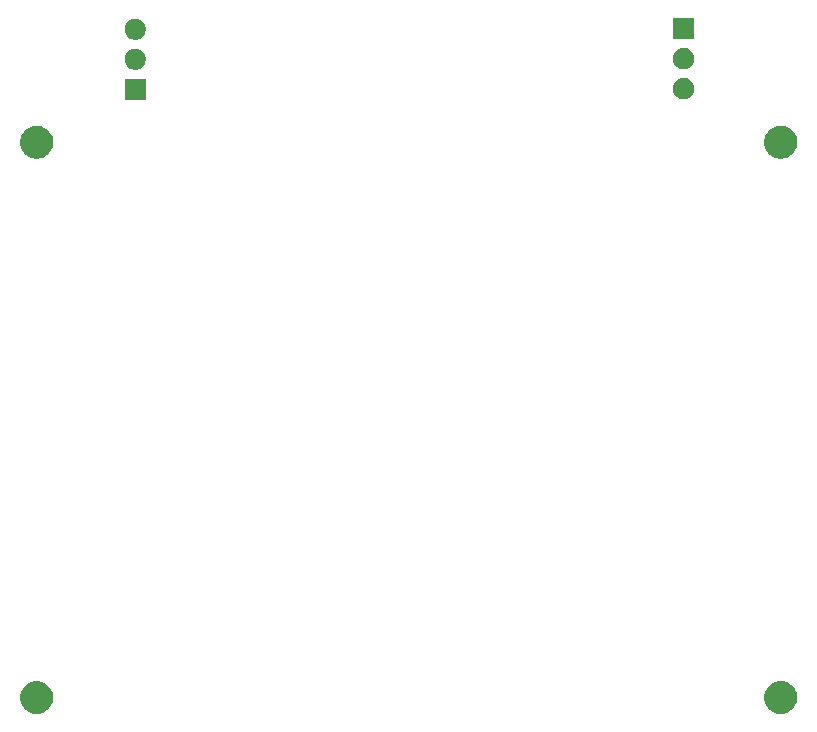
<source format=gbr>
G04 #@! TF.GenerationSoftware,KiCad,Pcbnew,(5.1.5)-3*
G04 #@! TF.CreationDate,2020-03-12T08:41:59+01:00*
G04 #@! TF.ProjectId,StepperClockLedRing,53746570-7065-4724-936c-6f636b4c6564,V0.1*
G04 #@! TF.SameCoordinates,Original*
G04 #@! TF.FileFunction,Soldermask,Bot*
G04 #@! TF.FilePolarity,Negative*
%FSLAX46Y46*%
G04 Gerber Fmt 4.6, Leading zero omitted, Abs format (unit mm)*
G04 Created by KiCad (PCBNEW (5.1.5)-3) date 2020-03-12 08:41:59*
%MOMM*%
%LPD*%
G04 APERTURE LIST*
%ADD10C,0.100000*%
G04 APERTURE END LIST*
D10*
G36*
X63318433Y-148634893D02*
G01*
X63408657Y-148652839D01*
X63514267Y-148696585D01*
X63663621Y-148758449D01*
X63663622Y-148758450D01*
X63893086Y-148911772D01*
X64088228Y-149106914D01*
X64190675Y-149260237D01*
X64241551Y-149336379D01*
X64347161Y-149591344D01*
X64401000Y-149862012D01*
X64401000Y-150137988D01*
X64347161Y-150408656D01*
X64241551Y-150663621D01*
X64241550Y-150663622D01*
X64088228Y-150893086D01*
X63893086Y-151088228D01*
X63739763Y-151190675D01*
X63663621Y-151241551D01*
X63514267Y-151303415D01*
X63408657Y-151347161D01*
X63318433Y-151365107D01*
X63137988Y-151401000D01*
X62862012Y-151401000D01*
X62681567Y-151365107D01*
X62591343Y-151347161D01*
X62485733Y-151303415D01*
X62336379Y-151241551D01*
X62260237Y-151190675D01*
X62106914Y-151088228D01*
X61911772Y-150893086D01*
X61758450Y-150663622D01*
X61758449Y-150663621D01*
X61652839Y-150408656D01*
X61599000Y-150137988D01*
X61599000Y-149862012D01*
X61652839Y-149591344D01*
X61758449Y-149336379D01*
X61809325Y-149260237D01*
X61911772Y-149106914D01*
X62106914Y-148911772D01*
X62336378Y-148758450D01*
X62336379Y-148758449D01*
X62485733Y-148696585D01*
X62591343Y-148652839D01*
X62681567Y-148634893D01*
X62862012Y-148599000D01*
X63137988Y-148599000D01*
X63318433Y-148634893D01*
G37*
G36*
X126318433Y-148634893D02*
G01*
X126408657Y-148652839D01*
X126514267Y-148696585D01*
X126663621Y-148758449D01*
X126663622Y-148758450D01*
X126893086Y-148911772D01*
X127088228Y-149106914D01*
X127190675Y-149260237D01*
X127241551Y-149336379D01*
X127347161Y-149591344D01*
X127401000Y-149862012D01*
X127401000Y-150137988D01*
X127347161Y-150408656D01*
X127241551Y-150663621D01*
X127241550Y-150663622D01*
X127088228Y-150893086D01*
X126893086Y-151088228D01*
X126739763Y-151190675D01*
X126663621Y-151241551D01*
X126514267Y-151303415D01*
X126408657Y-151347161D01*
X126318433Y-151365107D01*
X126137988Y-151401000D01*
X125862012Y-151401000D01*
X125681567Y-151365107D01*
X125591343Y-151347161D01*
X125485733Y-151303415D01*
X125336379Y-151241551D01*
X125260237Y-151190675D01*
X125106914Y-151088228D01*
X124911772Y-150893086D01*
X124758450Y-150663622D01*
X124758449Y-150663621D01*
X124652839Y-150408656D01*
X124599000Y-150137988D01*
X124599000Y-149862012D01*
X124652839Y-149591344D01*
X124758449Y-149336379D01*
X124809325Y-149260237D01*
X124911772Y-149106914D01*
X125106914Y-148911772D01*
X125336378Y-148758450D01*
X125336379Y-148758449D01*
X125485733Y-148696585D01*
X125591343Y-148652839D01*
X125681567Y-148634893D01*
X125862012Y-148599000D01*
X126137988Y-148599000D01*
X126318433Y-148634893D01*
G37*
G36*
X63318433Y-101634893D02*
G01*
X63408657Y-101652839D01*
X63514267Y-101696585D01*
X63663621Y-101758449D01*
X63663622Y-101758450D01*
X63893086Y-101911772D01*
X64088228Y-102106914D01*
X64190675Y-102260237D01*
X64241551Y-102336379D01*
X64347161Y-102591344D01*
X64401000Y-102862012D01*
X64401000Y-103137988D01*
X64347161Y-103408656D01*
X64241551Y-103663621D01*
X64241550Y-103663622D01*
X64088228Y-103893086D01*
X63893086Y-104088228D01*
X63739763Y-104190675D01*
X63663621Y-104241551D01*
X63514267Y-104303415D01*
X63408657Y-104347161D01*
X63318433Y-104365107D01*
X63137988Y-104401000D01*
X62862012Y-104401000D01*
X62681567Y-104365107D01*
X62591343Y-104347161D01*
X62485733Y-104303415D01*
X62336379Y-104241551D01*
X62260237Y-104190675D01*
X62106914Y-104088228D01*
X61911772Y-103893086D01*
X61758450Y-103663622D01*
X61758449Y-103663621D01*
X61652839Y-103408656D01*
X61599000Y-103137988D01*
X61599000Y-102862012D01*
X61652839Y-102591344D01*
X61758449Y-102336379D01*
X61809325Y-102260237D01*
X61911772Y-102106914D01*
X62106914Y-101911772D01*
X62336378Y-101758450D01*
X62336379Y-101758449D01*
X62485733Y-101696585D01*
X62591343Y-101652839D01*
X62681567Y-101634893D01*
X62862012Y-101599000D01*
X63137988Y-101599000D01*
X63318433Y-101634893D01*
G37*
G36*
X126318433Y-101634893D02*
G01*
X126408657Y-101652839D01*
X126514267Y-101696585D01*
X126663621Y-101758449D01*
X126663622Y-101758450D01*
X126893086Y-101911772D01*
X127088228Y-102106914D01*
X127190675Y-102260237D01*
X127241551Y-102336379D01*
X127347161Y-102591344D01*
X127401000Y-102862012D01*
X127401000Y-103137988D01*
X127347161Y-103408656D01*
X127241551Y-103663621D01*
X127241550Y-103663622D01*
X127088228Y-103893086D01*
X126893086Y-104088228D01*
X126739763Y-104190675D01*
X126663621Y-104241551D01*
X126514267Y-104303415D01*
X126408657Y-104347161D01*
X126318433Y-104365107D01*
X126137988Y-104401000D01*
X125862012Y-104401000D01*
X125681567Y-104365107D01*
X125591343Y-104347161D01*
X125485733Y-104303415D01*
X125336379Y-104241551D01*
X125260237Y-104190675D01*
X125106914Y-104088228D01*
X124911772Y-103893086D01*
X124758450Y-103663622D01*
X124758449Y-103663621D01*
X124652839Y-103408656D01*
X124599000Y-103137988D01*
X124599000Y-102862012D01*
X124652839Y-102591344D01*
X124758449Y-102336379D01*
X124809325Y-102260237D01*
X124911772Y-102106914D01*
X125106914Y-101911772D01*
X125336378Y-101758450D01*
X125336379Y-101758449D01*
X125485733Y-101696585D01*
X125591343Y-101652839D01*
X125681567Y-101634893D01*
X125862012Y-101599000D01*
X126137988Y-101599000D01*
X126318433Y-101634893D01*
G37*
G36*
X72251000Y-99401000D02*
G01*
X70449000Y-99401000D01*
X70449000Y-97599000D01*
X72251000Y-97599000D01*
X72251000Y-99401000D01*
G37*
G36*
X117888512Y-97558927D02*
G01*
X118037812Y-97588624D01*
X118201784Y-97656544D01*
X118349354Y-97755147D01*
X118474853Y-97880646D01*
X118573456Y-98028216D01*
X118641376Y-98192188D01*
X118676000Y-98366259D01*
X118676000Y-98543741D01*
X118641376Y-98717812D01*
X118573456Y-98881784D01*
X118474853Y-99029354D01*
X118349354Y-99154853D01*
X118201784Y-99253456D01*
X118037812Y-99321376D01*
X117888512Y-99351073D01*
X117863742Y-99356000D01*
X117686258Y-99356000D01*
X117661488Y-99351073D01*
X117512188Y-99321376D01*
X117348216Y-99253456D01*
X117200646Y-99154853D01*
X117075147Y-99029354D01*
X116976544Y-98881784D01*
X116908624Y-98717812D01*
X116874000Y-98543741D01*
X116874000Y-98366259D01*
X116908624Y-98192188D01*
X116976544Y-98028216D01*
X117075147Y-97880646D01*
X117200646Y-97755147D01*
X117348216Y-97656544D01*
X117512188Y-97588624D01*
X117661488Y-97558927D01*
X117686258Y-97554000D01*
X117863742Y-97554000D01*
X117888512Y-97558927D01*
G37*
G36*
X71463512Y-95063927D02*
G01*
X71612812Y-95093624D01*
X71776784Y-95161544D01*
X71924354Y-95260147D01*
X72049853Y-95385646D01*
X72148456Y-95533216D01*
X72216376Y-95697188D01*
X72251000Y-95871259D01*
X72251000Y-96048741D01*
X72216376Y-96222812D01*
X72148456Y-96386784D01*
X72049853Y-96534354D01*
X71924354Y-96659853D01*
X71776784Y-96758456D01*
X71612812Y-96826376D01*
X71463512Y-96856073D01*
X71438742Y-96861000D01*
X71261258Y-96861000D01*
X71236488Y-96856073D01*
X71087188Y-96826376D01*
X70923216Y-96758456D01*
X70775646Y-96659853D01*
X70650147Y-96534354D01*
X70551544Y-96386784D01*
X70483624Y-96222812D01*
X70449000Y-96048741D01*
X70449000Y-95871259D01*
X70483624Y-95697188D01*
X70551544Y-95533216D01*
X70650147Y-95385646D01*
X70775646Y-95260147D01*
X70923216Y-95161544D01*
X71087188Y-95093624D01*
X71236488Y-95063927D01*
X71261258Y-95059000D01*
X71438742Y-95059000D01*
X71463512Y-95063927D01*
G37*
G36*
X117888512Y-95018927D02*
G01*
X118037812Y-95048624D01*
X118201784Y-95116544D01*
X118349354Y-95215147D01*
X118474853Y-95340646D01*
X118573456Y-95488216D01*
X118641376Y-95652188D01*
X118676000Y-95826259D01*
X118676000Y-96003741D01*
X118641376Y-96177812D01*
X118573456Y-96341784D01*
X118474853Y-96489354D01*
X118349354Y-96614853D01*
X118201784Y-96713456D01*
X118037812Y-96781376D01*
X117888512Y-96811073D01*
X117863742Y-96816000D01*
X117686258Y-96816000D01*
X117661488Y-96811073D01*
X117512188Y-96781376D01*
X117348216Y-96713456D01*
X117200646Y-96614853D01*
X117075147Y-96489354D01*
X116976544Y-96341784D01*
X116908624Y-96177812D01*
X116874000Y-96003741D01*
X116874000Y-95826259D01*
X116908624Y-95652188D01*
X116976544Y-95488216D01*
X117075147Y-95340646D01*
X117200646Y-95215147D01*
X117348216Y-95116544D01*
X117512188Y-95048624D01*
X117661488Y-95018927D01*
X117686258Y-95014000D01*
X117863742Y-95014000D01*
X117888512Y-95018927D01*
G37*
G36*
X71463512Y-92523927D02*
G01*
X71612812Y-92553624D01*
X71776784Y-92621544D01*
X71924354Y-92720147D01*
X72049853Y-92845646D01*
X72148456Y-92993216D01*
X72216376Y-93157188D01*
X72251000Y-93331259D01*
X72251000Y-93508741D01*
X72216376Y-93682812D01*
X72148456Y-93846784D01*
X72049853Y-93994354D01*
X71924354Y-94119853D01*
X71776784Y-94218456D01*
X71612812Y-94286376D01*
X71463512Y-94316073D01*
X71438742Y-94321000D01*
X71261258Y-94321000D01*
X71236488Y-94316073D01*
X71087188Y-94286376D01*
X70923216Y-94218456D01*
X70775646Y-94119853D01*
X70650147Y-93994354D01*
X70551544Y-93846784D01*
X70483624Y-93682812D01*
X70449000Y-93508741D01*
X70449000Y-93331259D01*
X70483624Y-93157188D01*
X70551544Y-92993216D01*
X70650147Y-92845646D01*
X70775646Y-92720147D01*
X70923216Y-92621544D01*
X71087188Y-92553624D01*
X71236488Y-92523927D01*
X71261258Y-92519000D01*
X71438742Y-92519000D01*
X71463512Y-92523927D01*
G37*
G36*
X118676000Y-94276000D02*
G01*
X116874000Y-94276000D01*
X116874000Y-92474000D01*
X118676000Y-92474000D01*
X118676000Y-94276000D01*
G37*
M02*

</source>
